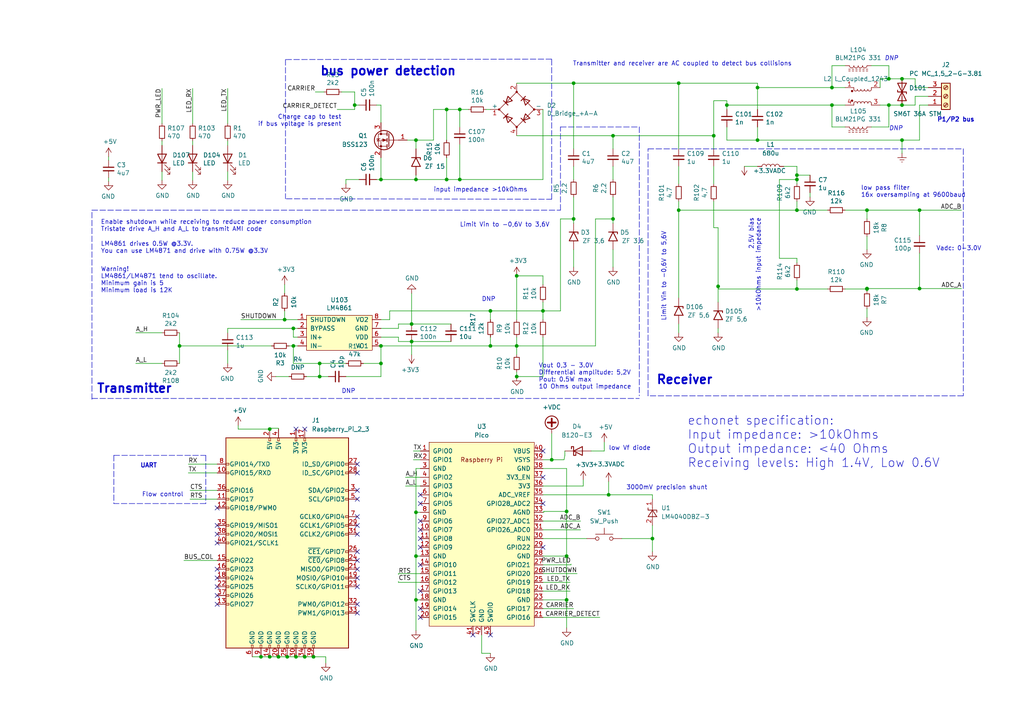
<source format=kicad_sch>
(kicad_sch (version 20211123) (generator eeschema)
  (paper "A4")
  (junction (at 189.23 156.21))
  (junction (at 142.24 100.33))
  (junction (at 120.65 173.99))
  (junction (at 102.87 30.48))
  (junction (at 110.49 105.41))
  (junction (at 196.85 60.96))
  (junction (at 120.65 148.59))
  (junction (at 149.86 100.33))
  (junction (at 75.692 190.5))
  (junction (at 82.55 92.71))
  (junction (at 261.62 22.86))
  (junction (at 176.53 143.51))
  (junction (at 85.852 190.5))
  (junction (at 110.49 100.33))
  (junction (at 164.338 173.99))
  (junction (at 149.86 80.01))
  (junction (at 166.37 63.5))
  (junction (at 119.38 93.98))
  (junction (at 266.7 83.693))
  (junction (at 80.772 190.5))
  (junction (at 231.14 60.96))
  (junction (at 219.71 40.64))
  (junction (at 196.85 24.13))
  (junction (at 177.8 63.5))
  (junction (at 85.09 100.33))
  (junction (at 210.82 30.48))
  (junction (at 219.71 25.4))
  (junction (at 142.24 90.17))
  (junction (at 120.65 52.07))
  (junction (at 231.14 50.8))
  (junction (at 149.86 109.22))
  (junction (at 241.3 25.4))
  (junction (at 52.07 100.33))
  (junction (at 133.35 31.75))
  (junction (at 251.46 60.96))
  (junction (at 92.71 109.22))
  (junction (at 266.7 60.96))
  (junction (at 129.54 31.75))
  (junction (at 157.48 90.17))
  (junction (at 177.8 39.37))
  (junction (at 78.232 124.46))
  (junction (at 261.62 40.64))
  (junction (at 257.81 22.86))
  (junction (at 88.392 190.5))
  (junction (at 83.312 190.5))
  (junction (at 129.54 52.07))
  (junction (at 207.01 39.37))
  (junction (at 166.37 24.13))
  (junction (at 133.35 52.07))
  (junction (at 257.81 30.48))
  (junction (at 90.932 190.5))
  (junction (at 251.46 83.693))
  (junction (at 110.49 52.07))
  (junction (at 261.62 30.48))
  (junction (at 160.02 133.35))
  (junction (at 120.65 40.64))
  (junction (at 208.28 83.058))
  (junction (at 120.65 161.29))
  (junction (at 164.338 148.336))
  (junction (at 251.46 83.82))
  (junction (at 85.09 95.25))
  (junction (at 119.38 99.06))
  (junction (at 92.71 105.41))
  (junction (at 231.14 52.07))
  (junction (at 231.14 83.82))
  (junction (at 241.3 30.48))
  (junction (at 78.232 190.5))
  (junction (at 164.338 161.29))
  (no_connect (at 142.24 184.15))
  (no_connect (at 137.16 184.15))
  (no_connect (at 103.632 149.86))
  (no_connect (at 121.92 151.13))
  (no_connect (at 121.92 153.67))
  (no_connect (at 121.92 156.21))
  (no_connect (at 121.92 158.75))
  (no_connect (at 157.48 158.75))
  (no_connect (at 157.48 146.05))
  (no_connect (at 157.48 138.43))
  (no_connect (at 121.92 143.51))
  (no_connect (at 121.92 146.05))
  (no_connect (at 121.92 163.83))
  (no_connect (at 121.92 171.45))
  (no_connect (at 121.92 176.53))
  (no_connect (at 121.92 179.07))
  (no_connect (at 157.48 130.81))
  (no_connect (at 103.632 134.62))
  (no_connect (at 103.632 137.16))
  (no_connect (at 62.992 175.26))
  (no_connect (at 85.852 124.46))
  (no_connect (at 103.632 177.8))
  (no_connect (at 103.632 165.1))
  (no_connect (at 103.632 167.64))
  (no_connect (at 103.632 170.18))
  (no_connect (at 103.632 175.26))
  (no_connect (at 103.632 160.02))
  (no_connect (at 103.632 162.56))
  (no_connect (at 103.632 152.4))
  (no_connect (at 103.632 154.94))
  (no_connect (at 62.992 167.64))
  (no_connect (at 62.992 165.1))
  (no_connect (at 62.992 172.72))
  (no_connect (at 62.992 170.18))
  (no_connect (at 88.392 124.46))
  (no_connect (at 62.992 147.32))
  (no_connect (at 103.632 142.24))
  (no_connect (at 103.632 144.78))
  (no_connect (at 62.992 152.4))
  (no_connect (at 62.992 154.94))
  (no_connect (at 62.992 157.48))
  (wire (pts (xy 52.07 96.52) (xy 52.07 100.33)))
  (wire (pts (xy 251.46 60.96) (xy 245.11 60.96)))
  (wire (pts (xy 86.36 97.79) (xy 85.09 97.79)))
  (wire (pts (xy 157.734 148.59) (xy 157.734 148.336)))
  (wire (pts (xy 245.11 36.83) (xy 241.3 36.83)))
  (wire (pts (xy 157.48 179.07) (xy 173.99 179.07)))
  (wire (pts (xy 94.488 190.5) (xy 94.488 192.278)))
  (wire (pts (xy 90.932 190.5) (xy 94.488 190.5)))
  (wire (pts (xy 149.86 39.37) (xy 177.8 39.37)))
  (wire (pts (xy 210.82 29.21) (xy 210.82 30.48)))
  (wire (pts (xy 104.14 52.07) (xy 100.33 52.07)))
  (wire (pts (xy 157.48 90.17) (xy 162.56 90.17)))
  (wire (pts (xy 54.61 137.16) (xy 62.992 137.16)))
  (wire (pts (xy 110.49 95.25) (xy 115.57 95.25)))
  (wire (pts (xy 117.602 138.43) (xy 121.92 138.43)))
  (wire (pts (xy 208.407 83.82) (xy 208.28 83.058)))
  (wire (pts (xy 157.48 133.35) (xy 160.02 133.35)))
  (wire (pts (xy 157.48 171.45) (xy 165.354 171.45)))
  (wire (pts (xy 66.04 95.25) (xy 66.04 96.52)))
  (wire (pts (xy 149.86 100.33) (xy 149.86 102.87)))
  (wire (pts (xy 83.82 109.22) (xy 80.01 109.22)))
  (wire (pts (xy 241.3 30.48) (xy 245.11 30.48)))
  (polyline (pts (xy 160.02 17.145) (xy 82.804 17.272)))
  (wire (pts (xy 266.7 30.48) (xy 266.7 40.64)))
  (wire (pts (xy 210.82 36.83) (xy 210.82 40.64)))
  (wire (pts (xy 100.33 109.22) (xy 110.49 109.22)))
  (wire (pts (xy 231.14 48.26) (xy 231.14 50.8)))
  (wire (pts (xy 160.02 133.35) (xy 163.576 133.35)))
  (wire (pts (xy 252.73 36.83) (xy 257.81 36.83)))
  (wire (pts (xy 196.85 96.52) (xy 196.85 93.98)))
  (wire (pts (xy 99.06 26.67) (xy 102.87 26.67)))
  (wire (pts (xy 129.54 45.72) (xy 129.54 52.07)))
  (wire (pts (xy 164.338 135.89) (xy 164.338 148.336)))
  (wire (pts (xy 149.86 107.95) (xy 149.86 109.22)))
  (wire (pts (xy 157.48 176.53) (xy 166.37 176.53)))
  (wire (pts (xy 165.608 163.576) (xy 165.608 163.83)))
  (wire (pts (xy 180.34 156.21) (xy 189.23 156.21)))
  (wire (pts (xy 110.49 100.33) (xy 142.24 100.33)))
  (wire (pts (xy 120.65 52.07) (xy 129.54 52.07)))
  (wire (pts (xy 110.49 109.22) (xy 110.49 105.41)))
  (wire (pts (xy 177.8 72.39) (xy 177.8 77.47)))
  (wire (pts (xy 140.97 31.75) (xy 142.24 31.75)))
  (wire (pts (xy 164.338 173.99) (xy 164.338 182.118)))
  (wire (pts (xy 119.38 102.87) (xy 119.38 99.06)))
  (wire (pts (xy 166.37 24.13) (xy 196.85 24.13)))
  (wire (pts (xy 241.3 19.05) (xy 245.11 19.05)))
  (wire (pts (xy 157.48 163.83) (xy 165.608 163.83)))
  (wire (pts (xy 234.95 55.88) (xy 234.95 57.15)))
  (wire (pts (xy 255.27 30.48) (xy 257.81 30.48)))
  (wire (pts (xy 196.85 60.96) (xy 231.14 60.96)))
  (wire (pts (xy 257.81 19.05) (xy 257.81 22.86)))
  (polyline (pts (xy 33.02 132.08) (xy 33.02 146.05)))
  (wire (pts (xy 157.48 151.13) (xy 168.402 151.13)))
  (wire (pts (xy 115.57 168.91) (xy 115.57 168.656)))
  (wire (pts (xy 120.65 161.29) (xy 121.92 161.29)))
  (wire (pts (xy 133.35 31.75) (xy 129.54 31.75)))
  (wire (pts (xy 265.43 25.4) (xy 269.24 25.4)))
  (wire (pts (xy 80.772 124.206) (xy 78.232 124.206)))
  (wire (pts (xy 133.35 52.07) (xy 157.48 52.07)))
  (wire (pts (xy 219.71 40.64) (xy 261.62 40.64)))
  (wire (pts (xy 251.46 63.5) (xy 251.46 60.96)))
  (wire (pts (xy 172.72 63.5) (xy 177.8 63.5)))
  (wire (pts (xy 166.37 24.13) (xy 166.37 43.18)))
  (wire (pts (xy 176.53 139.7) (xy 176.53 143.51)))
  (wire (pts (xy 245.11 25.4) (xy 241.3 25.4)))
  (wire (pts (xy 208.28 96.52) (xy 208.28 95.25)))
  (wire (pts (xy 207.01 48.26) (xy 207.01 53.34)))
  (wire (pts (xy 73.152 190.5) (xy 75.692 190.5)))
  (wire (pts (xy 55.118 144.78) (xy 62.992 144.78)))
  (wire (pts (xy 261.62 22.86) (xy 257.81 22.86)))
  (wire (pts (xy 210.82 29.21) (xy 207.01 29.21)))
  (wire (pts (xy 269.24 27.94) (xy 265.43 27.94)))
  (wire (pts (xy 266.7 40.64) (xy 261.62 40.64)))
  (wire (pts (xy 85.09 97.79) (xy 85.09 95.25)))
  (wire (pts (xy 100.33 105.41) (xy 92.71 105.41)))
  (wire (pts (xy 110.49 100.33) (xy 110.49 105.41)))
  (wire (pts (xy 169.164 140.97) (xy 169.164 139.192)))
  (wire (pts (xy 125.73 31.75) (xy 125.73 40.64)))
  (wire (pts (xy 189.23 143.51) (xy 189.23 144.78)))
  (wire (pts (xy 266.7 60.96) (xy 278.892 60.96)))
  (wire (pts (xy 78.232 124.46) (xy 69.088 124.46)))
  (wire (pts (xy 133.35 31.75) (xy 133.35 36.83)))
  (wire (pts (xy 241.3 36.83) (xy 241.3 30.48)))
  (wire (pts (xy 265.43 30.48) (xy 261.62 30.48)))
  (wire (pts (xy 166.37 63.5) (xy 166.37 64.77)))
  (wire (pts (xy 149.86 24.13) (xy 166.37 24.13)))
  (wire (pts (xy 95.25 109.22) (xy 92.71 109.22)))
  (wire (pts (xy 207.01 43.18) (xy 207.01 39.37)))
  (wire (pts (xy 257.81 30.48) (xy 257.81 36.83)))
  (polyline (pts (xy 33.02 132.08) (xy 59.69 132.08)))
  (wire (pts (xy 121.92 168.91) (xy 115.57 168.91)))
  (wire (pts (xy 219.71 31.75) (xy 219.71 25.4)))
  (wire (pts (xy 231.14 52.07) (xy 231.14 50.8)))
  (wire (pts (xy 177.8 48.26) (xy 177.8 52.07)))
  (wire (pts (xy 208.28 66.04) (xy 207.01 66.04)))
  (wire (pts (xy 189.23 156.21) (xy 189.23 160.02)))
  (wire (pts (xy 120.65 40.64) (xy 120.65 43.18)))
  (wire (pts (xy 157.48 31.75) (xy 157.48 52.07)))
  (wire (pts (xy 157.48 148.59) (xy 157.734 148.59)))
  (wire (pts (xy 207.01 58.42) (xy 207.01 66.04)))
  (wire (pts (xy 110.49 52.07) (xy 120.65 52.07)))
  (wire (pts (xy 177.8 63.5) (xy 177.8 64.77)))
  (wire (pts (xy 113.03 90.17) (xy 142.24 90.17)))
  (wire (pts (xy 115.57 97.79) (xy 115.57 99.06)))
  (wire (pts (xy 162.56 90.17) (xy 162.56 63.5)))
  (wire (pts (xy 115.57 95.25) (xy 115.57 93.98)))
  (polyline (pts (xy 185.42 36.83) (xy 185.42 114.808)))
  (wire (pts (xy 251.46 68.58) (xy 251.46 72.39)))
  (wire (pts (xy 252.73 19.05) (xy 257.81 19.05)))
  (polyline (pts (xy 279.4 114.808) (xy 187.96 114.808)))
  (wire (pts (xy 83.82 100.33) (xy 85.09 100.33)))
  (polyline (pts (xy 279.4 43.18) (xy 279.4 114.808)))
  (wire (pts (xy 115.57 99.06) (xy 119.38 99.06)))
  (wire (pts (xy 251.46 60.96) (xy 266.7 60.96)))
  (wire (pts (xy 207.01 29.21) (xy 207.01 39.37)))
  (wire (pts (xy 88.392 190.5) (xy 90.932 190.5)))
  (wire (pts (xy 120.65 135.89) (xy 120.65 148.59)))
  (wire (pts (xy 113.03 92.71) (xy 113.03 90.17)))
  (wire (pts (xy 109.22 30.48) (xy 110.49 30.48)))
  (wire (pts (xy 117.602 140.97) (xy 121.92 140.97)))
  (wire (pts (xy 208.407 83.82) (xy 231.14 83.82)))
  (wire (pts (xy 231.14 52.07) (xy 231.14 53.34)))
  (wire (pts (xy 46.99 25.654) (xy 46.99 35.814)))
  (polyline (pts (xy 26.67 115.824) (xy 26.67 60.96)))
  (wire (pts (xy 166.37 48.26) (xy 166.37 52.07)))
  (wire (pts (xy 118.11 40.64) (xy 120.65 40.64)))
  (polyline (pts (xy 59.69 132.08) (xy 59.69 146.05)))
  (wire (pts (xy 92.71 105.41) (xy 92.71 109.22)))
  (wire (pts (xy 231.14 81.28) (xy 231.14 83.82)))
  (wire (pts (xy 189.23 152.4) (xy 189.23 156.21)))
  (wire (pts (xy 102.87 30.48) (xy 102.87 31.75)))
  (wire (pts (xy 109.22 52.07) (xy 110.49 52.07)))
  (polyline (pts (xy 83.058 57.658) (xy 160.02 57.785)))
  (wire (pts (xy 215.9 48.26) (xy 219.71 48.26)))
  (wire (pts (xy 177.8 39.37) (xy 177.8 43.18)))
  (wire (pts (xy 157.48 173.99) (xy 164.338 173.99)))
  (wire (pts (xy 226.06 52.07) (xy 231.14 52.07)))
  (wire (pts (xy 255.27 22.86) (xy 255.27 25.4)))
  (wire (pts (xy 120.65 161.29) (xy 120.65 173.99)))
  (wire (pts (xy 164.338 148.336) (xy 164.338 161.29)))
  (wire (pts (xy 121.92 166.37) (xy 115.57 166.37)))
  (wire (pts (xy 129.54 31.75) (xy 129.54 40.64)))
  (wire (pts (xy 166.37 57.15) (xy 166.37 63.5)))
  (wire (pts (xy 119.38 99.06) (xy 130.81 99.06)))
  (wire (pts (xy 120.65 148.59) (xy 120.65 161.29)))
  (wire (pts (xy 85.09 100.33) (xy 85.09 105.41)))
  (wire (pts (xy 66.04 25.654) (xy 66.04 35.814)))
  (wire (pts (xy 83.312 190.5) (xy 85.852 190.5)))
  (wire (pts (xy 91.44 26.67) (xy 93.98 26.67)))
  (wire (pts (xy 157.48 135.89) (xy 164.338 135.89)))
  (wire (pts (xy 251.46 83.82) (xy 251.46 84.455)))
  (wire (pts (xy 92.71 105.41) (xy 85.09 105.41)))
  (wire (pts (xy 149.86 97.79) (xy 149.86 100.33)))
  (wire (pts (xy 157.48 153.67) (xy 168.402 153.67)))
  (wire (pts (xy 157.48 168.91) (xy 165.354 168.91)))
  (wire (pts (xy 97.79 31.75) (xy 102.87 31.75)))
  (wire (pts (xy 265.43 27.94) (xy 265.43 30.48)))
  (wire (pts (xy 210.82 40.64) (xy 219.71 40.64)))
  (wire (pts (xy 52.07 100.33) (xy 78.74 100.33)))
  (wire (pts (xy 85.09 100.33) (xy 86.36 100.33)))
  (wire (pts (xy 240.03 60.96) (xy 231.14 60.96)))
  (wire (pts (xy 66.04 95.25) (xy 85.09 95.25)))
  (wire (pts (xy 245.11 83.82) (xy 251.46 83.82)))
  (wire (pts (xy 175.26 130.81) (xy 175.26 128.27)))
  (wire (pts (xy 269.24 30.48) (xy 266.7 30.48)))
  (wire (pts (xy 110.49 97.79) (xy 115.57 97.79)))
  (wire (pts (xy 139.7 189.484) (xy 142.24 189.484)))
  (wire (pts (xy 149.86 80.01) (xy 157.48 80.01)))
  (wire (pts (xy 266.7 60.96) (xy 266.7 68.326)))
  (wire (pts (xy 261.62 22.86) (xy 265.43 22.86)))
  (wire (pts (xy 231.14 74.93) (xy 226.06 74.93)))
  (wire (pts (xy 196.85 43.18) (xy 196.85 24.13)))
  (wire (pts (xy 208.28 83.058) (xy 208.28 87.63)))
  (wire (pts (xy 196.85 48.26) (xy 196.85 53.34)))
  (wire (pts (xy 149.86 80.01) (xy 149.86 92.71)))
  (wire (pts (xy 69.85 92.71) (xy 82.55 92.71)))
  (wire (pts (xy 164.338 161.29) (xy 164.338 173.99)))
  (wire (pts (xy 266.7 73.406) (xy 266.7 83.693)))
  (polyline (pts (xy 162.56 36.83) (xy 185.42 36.83)))
  (wire (pts (xy 85.852 190.5) (xy 88.392 190.5)))
  (wire (pts (xy 115.57 93.98) (xy 119.38 93.98)))
  (wire (pts (xy 85.09 95.25) (xy 86.36 95.25)))
  (wire (pts (xy 157.48 109.22) (xy 149.86 109.22)))
  (wire (pts (xy 231.14 83.82) (xy 240.03 83.82)))
  (wire (pts (xy 120.65 173.99) (xy 121.92 173.99)))
  (wire (pts (xy 46.99 105.41) (xy 39.37 105.41)))
  (wire (pts (xy 110.49 92.71) (xy 113.03 92.71)))
  (wire (pts (xy 231.14 58.42) (xy 231.14 60.96)))
  (wire (pts (xy 53.34 162.56) (xy 62.992 162.56)))
  (wire (pts (xy 157.48 143.51) (xy 176.53 143.51)))
  (wire (pts (xy 157.48 97.79) (xy 157.48 109.22)))
  (wire (pts (xy 227.33 48.26) (xy 231.14 48.26)))
  (wire (pts (xy 172.72 100.33) (xy 172.72 63.5)))
  (wire (pts (xy 142.24 90.17) (xy 157.48 90.17)))
  (wire (pts (xy 142.24 90.17) (xy 142.24 92.71)))
  (wire (pts (xy 80.772 190.5) (xy 83.312 190.5)))
  (wire (pts (xy 157.48 166.37) (xy 167.386 166.37)))
  (wire (pts (xy 177.8 57.15) (xy 177.8 63.5)))
  (wire (pts (xy 78.232 124.206) (xy 78.232 124.46)))
  (wire (pts (xy 82.55 92.71) (xy 86.36 92.71)))
  (wire (pts (xy 157.48 80.01) (xy 157.48 82.55)))
  (wire (pts (xy 66.04 40.894) (xy 66.04 42.164)))
  (wire (pts (xy 66.04 105.41) (xy 66.04 101.6)))
  (wire (pts (xy 82.55 82.55) (xy 82.55 85.09)))
  (wire (pts (xy 69.088 124.46) (xy 69.088 123.444)))
  (wire (pts (xy 142.24 100.33) (xy 149.86 100.33)))
  (wire (pts (xy 278.892 83.693) (xy 266.7 83.693)))
  (polyline (pts (xy 162.56 60.96) (xy 162.56 36.83)))
  (wire (pts (xy 196.85 24.13) (xy 219.71 24.13)))
  (wire (pts (xy 219.71 25.4) (xy 219.71 24.13)))
  (wire (pts (xy 163.576 133.35) (xy 163.83 132.08)))
  (wire (pts (xy 129.54 52.07) (xy 133.35 52.07)))
  (polyline (pts (xy 49.53 60.96) (xy 162.56 60.96)))
  (wire (pts (xy 160.02 125.73) (xy 160.02 133.35)))
  (wire (pts (xy 92.71 109.22) (xy 88.9 109.22)))
  (polyline (pts (xy 160.02 57.785) (xy 160.02 17.145)))
  (wire (pts (xy 115.57 166.37) (xy 115.57 166.624)))
  (wire (pts (xy 102.87 30.48) (xy 104.14 30.48)))
  (wire (pts (xy 120.65 148.59) (xy 121.92 148.59)))
  (polyline (pts (xy 187.96 114.808) (xy 187.96 43.18)))
  (wire (pts (xy 52.07 100.33) (xy 52.07 105.41)))
  (wire (pts (xy 120.65 40.64) (xy 125.73 40.64)))
  (wire (pts (xy 82.55 90.17) (xy 82.55 92.71)))
  (wire (pts (xy 196.85 60.96) (xy 196.85 86.36)))
  (wire (pts (xy 55.88 40.894) (xy 55.88 42.164)))
  (wire (pts (xy 55.88 49.784) (xy 55.88 52.324)))
  (polyline (pts (xy 26.67 115.57) (xy 185.42 115.57)))
  (wire (pts (xy 55.88 25.654) (xy 55.88 35.814)))
  (wire (pts (xy 196.85 58.42) (xy 196.85 60.96)))
  (wire (pts (xy 157.734 148.336) (xy 164.338 148.336)))
  (wire (pts (xy 166.37 72.39) (xy 166.37 77.47)))
  (wire (pts (xy 157.48 87.63) (xy 157.48 90.17)))
  (wire (pts (xy 120.65 173.99) (xy 120.65 182.88)))
  (wire (pts (xy 226.06 74.93) (xy 226.06 52.07)))
  (wire (pts (xy 46.99 40.894) (xy 46.99 42.164)))
  (wire (pts (xy 176.53 143.51) (xy 189.23 143.51)))
  (wire (pts (xy 149.86 100.33) (xy 172.72 100.33)))
  (wire (pts (xy 133.35 41.91) (xy 133.35 52.07)))
  (wire (pts (xy 31.496 51.562) (xy 31.496 52.578)))
  (wire (pts (xy 139.7 184.15) (xy 139.7 189.484)))
  (wire (pts (xy 163.83 132.08) (xy 163.83 130.81)))
  (wire (pts (xy 135.89 31.75) (xy 133.35 31.75)))
  (wire (pts (xy 210.82 30.48) (xy 210.82 31.75)))
  (wire (pts (xy 265.43 25.4) (xy 265.43 22.86)))
  (wire (pts (xy 157.48 161.29) (xy 164.338 161.29)))
  (wire (pts (xy 119.888 130.81) (xy 121.92 130.81)))
  (wire (pts (xy 105.41 105.41) (xy 110.49 105.41)))
  (wire (pts (xy 31.496 45.466) (xy 31.496 46.482)))
  (polyline (pts (xy 59.69 146.05) (xy 33.02 146.05)))
  (wire (pts (xy 102.87 26.67) (xy 102.87 30.48)))
  (wire (pts (xy 157.48 156.21) (xy 170.18 156.21)))
  (wire (pts (xy 177.8 39.37) (xy 207.01 39.37)))
  (wire (pts (xy 208.28 66.04) (xy 208.28 83.058)))
  (wire (pts (xy 120.65 50.8) (xy 120.65 52.07)))
  (wire (pts (xy 251.46 83.693) (xy 251.46 83.82)))
  (wire (pts (xy 121.92 135.89) (xy 120.65 135.89)))
  (wire (pts (xy 219.71 36.83) (xy 219.71 40.64)))
  (wire (pts (xy 157.48 140.97) (xy 169.164 140.97)))
  (wire (pts (xy 261.62 40.64) (xy 261.62 44.45)))
  (wire (pts (xy 219.71 25.4) (xy 241.3 25.4)))
  (wire (pts (xy 66.04 49.784) (xy 66.04 52.324)))
  (wire (pts (xy 46.99 49.784) (xy 46.99 52.324)))
  (polyline (pts (xy 26.67 60.96) (xy 49.53 60.96)))
  (wire (pts (xy 162.56 63.5) (xy 166.37 63.5)))
  (wire (pts (xy 210.82 30.48) (xy 241.3 30.48)))
  (wire (pts (xy 110.49 30.48) (xy 110.49 35.56)))
  (wire (pts (xy 142.24 97.79) (xy 142.24 100.33)))
  (wire (pts (xy 251.46 89.535) (xy 251.46 92.075)))
  (wire (pts (xy 54.61 134.62) (xy 62.992 134.62)))
  (wire (pts (xy 80.772 124.206) (xy 80.772 124.46)))
  (wire (pts (xy 231.14 74.93) (xy 231.14 76.2)))
  (wire (pts (xy 241.3 25.4) (xy 241.3 19.05)))
  (wire (pts (xy 129.54 31.75) (xy 125.73 31.75)))
  (wire (pts (xy 100.33 52.07) (xy 100.33 53.34)))
  (wire (pts (xy 171.45 130.81) (xy 175.26 130.81)))
  (wire (pts (xy 78.232 190.5) (xy 80.772 190.5)))
  (polyline (pts (xy 82.804 17.272) (xy 82.804 57.658)))
  (wire (pts (xy 119.38 85.09) (xy 119.38 93.98)))
  (wire (pts (xy 119.888 133.35) (xy 121.92 133.35)))
  (wire (pts (xy 39.37 96.52) (xy 46.99 96.52)))
  (wire (pts (xy 157.48 90.17) (xy 157.48 92.71)))
  (wire (pts (xy 257.81 30.48) (xy 261.62 30.48)))
  (wire (pts (xy 75.692 190.5) (xy 78.232 190.5)))
  (wire (pts (xy 257.81 22.86) (xy 255.27 22.86)))
  (polyline (pts (xy 187.96 43.18) (xy 279.4 43.18)))
  (wire (pts (xy 110.49 45.72) (xy 110.49 52.07)))
  (wire (pts (xy 119.38 93.98) (xy 130.81 93.98)))
  (wire (pts (xy 231.14 50.8) (xy 234.95 50.8)))
  (wire (pts (xy 266.7 83.693) (xy 251.46 83.693)))
  (wire (pts (xy 55.118 142.24) (xy 62.992 142.24)))
  (text "P1/P2 bus" (at 271.78 35.56 0) (effects (font (size 1.27 1.27) (thickness 0.254) bold) (justify left bottom)))
  (text "bus power detection" (at 92.71 22.225 0) (effects (font (size 2.54 2.54) (thickness 0.508) bold) (justify left bottom)))
  (text "LM4861 drives 0.5W @3.3V.\nYou can use LM4871 and drive with 0.75W @3.3V" (at 29.21 73.66 0) (effects (font (size 1.27 1.27)) (justify left bottom)))
  (text "DNP" (at 256.54 17.78 0) (effects (font (size 1.27 1.27) italic) (justify left bottom)))
  (text "UART" (at 40.64 135.89 0) (effects (font (size 1.27 1.27) (thickness 0.254) bold) (justify left bottom)))
  (text "Warning!\nLM4861/LM4871 tend to oscillate.\nMinimum gain is 5\nMinimum load is 12K" (at 29.21 85.09 0) (effects (font (size 1.27 1.27)) (justify left bottom)))
  (text "Transmitter and receiver are AC coupled to detect bus collisions" (at 166.116 19.304 0) (effects (font (size 1.27 1.27)) (justify left bottom)))
  (text "DNP" (at 99.06 114.3 0) (effects (font (size 1.27 1.27)) (justify left bottom)))
  (text "input impedance >10kOhms" (at 125.73 55.88 0) (effects (font (size 1.27 1.27)) (justify left bottom)))
  (text "Vout 0,3 - 3.0V\nDifferential amplitude: 5,2V\nPout: 0.5W max\n10 Ohms output impedance" (at 156.21 113.03 0) (effects (font (size 1.27 1.27)) (justify left bottom)))
  (text "low Vf diode" (at 176.53 130.81 0) (effects (font (size 1.27 1.27)) (justify left bottom)))
  (text "DNP" (at 139.7 87.63 0) (effects (font (size 1.27 1.27)) (justify left bottom)))
  (text "DNP" (at 257.81 38.1 0) (effects (font (size 1.27 1.27) italic) (justify left bottom)))
  (text "low pass filter\n16x oversampling at 9600baud" (at 249.682 57.404 0) (effects (font (size 1.27 1.27)) (justify left bottom)))
  (text "Flow control" (at 41.148 144.272 0) (effects (font (size 1.27 1.27)) (justify left bottom)))
  (text "Limit Vin to -0,6V to 5,6V" (at 193.294 93.218 90) (effects (font (size 1.27 1.27)) (justify left bottom)))
  (text "Transmitter" (at 27.94 114.3 0) (effects (font (size 2.54 2.54) (thickness 0.508) bold) (justify left bottom)))
  (text "echonet specification:\nInput impedance: >10kOhms\nOutput impedance: <40 Ohms\nReceiving levels: High 1.4V, Low 0.6V" (at 199.39 135.89 0) (effects (font (size 2.54 2.54)) (justify left bottom)))
  (text "Charge cap to test\nif bus voltage is present" (at 99.06 36.83 180) (effects (font (size 1.27 1.27)) (justify right bottom)))
  (text "3000mV precision shunt" (at 181.61 142.24 0) (effects (font (size 1.27 1.27)) (justify left bottom)))
  (text "2,5V bias\n>10kOhms input impedance" (at 220.726 63.246 270) (effects (font (size 1.27 1.27)) (justify right bottom)))
  (text "Limit Vin to -0,6V to 3,6V" (at 133.35 66.04 0) (effects (font (size 1.27 1.27)) (justify left bottom)))
  (text "Enable shutdown while receiving to reduce power consumption\nTristate drive A_H and A_L to transmit AMI code" (at 29.21 67.31 0) (effects (font (size 1.27 1.27)) (justify left bottom)))
  (text "Vadc: 0-3.0V" (at 271.526 72.898 0) (effects (font (size 1.27 1.27)) (justify left bottom)))
  (text "Receiver" (at 190.246 111.76 0) (effects (font (size 2.54 2.54) (thickness 0.508) bold) (justify left bottom)))
  (label "ADC_A" (at 168.402 153.67 180))
  (label "SHUTDOWN" (at 167.386 166.37 180))
  (label "RX" (at 54.61 134.62 0))
  (label "ADC_B" (at 168.402 151.13 180))
  (label "CARRIER" (at 166.37 176.53 180))
  (label "SHUTDOWN" (at 69.85 92.71 0))
  (label "A_L" (at 117.602 140.97 0))
  (label "BUS_COL" (at 53.34 162.56 0))
  (label "RX" (at 119.888 133.35 0))
  (label "CTS" (at 115.57 168.656 0))
  (label "RTS" (at 115.57 166.624 0))
  (label "LED_TX" (at 165.354 168.91 180))
  (label "RTS" (at 55.118 144.78 0))
  (label "PWR_LED" (at 46.99 25.654 270))
  (label "LED_RX" (at 165.354 171.45 180))
  (label "TX" (at 119.888 130.81 0))
  (label "LED_RX" (at 55.88 25.654 270))
  (label "LED_TX" (at 66.04 25.654 270))
  (label "PWR_LED" (at 165.608 163.576 180))
  (label "CARRIER_DETECT" (at 173.99 179.07 180))
  (label "CARRIER" (at 91.44 26.67 180))
  (label "ADC_B" (at 278.892 60.96 180))
  (label "A_L" (at 39.37 105.41 0))
  (label "A_H" (at 39.37 96.52 0))
  (label "ADC_A" (at 278.892 83.693 180))
  (label "A_H" (at 117.602 138.43 0))
  (label "TX" (at 54.61 137.16 0))
  (label "CARRIER_DETECT" (at 97.79 31.75 180))
  (label "CTS" (at 55.118 142.24 0))
  (symbol (lib_id "Device:LED") (at 55.88 45.974 90) (unit 1)
    (property "Reference" "D104" (at 58.8772 44.9834 90) (effects (justify right)))
    (property "Value" "LED" (at 58.8772 47.2948 90) (effects (justify right)))
    (property "Footprint" "LED_SMD:LED_0805_2012Metric_Pad1.15x1.40mm_HandSolder" (effects hide))
  )
  (symbol (lib_id "Device:R_Small") (at 55.88 38.354 0) (unit 1)
    (property "Reference" "R103" (at 57.3786 37.1856 0) (effects (justify left)))
    (property "Value" "470" (at 57.3786 39.497 0) (effects (justify left)))
    (property "Footprint" "Resistor_SMD:R_0805_2012Metric_Pad1.20x1.40mm_HandSolder" (effects hide))
  )
  (symbol (lib_id "power:GND") (at 55.88 52.324 0) (unit 1)
    (property "Reference" "#PWR0109" (effects hide))
    (property "Value" "GND" (at 56.007 56.7182 0))
  )
  (symbol (lib_id "Device:D_Bridge_+A-A") (at 149.86 31.75 180) (unit 1)
    (property "Reference" "D2" (at 158.5976 30.5816 0) (effects (justify right)))
    (property "Value" "D_Bridge_+A-A" (at 158.5976 32.893 0) (effects (justify right)))
    (property "Footprint" "Diode_THT:Diode_Bridge_Round_D9.0mm" (effects hide))
  )
  (symbol (lib_id "p1p2_rs232_receiver-rescue:L_Core_Ferrite-Device") (at 248.92 19.05 270) (unit 1)
    (property "Reference" "L104" (at 248.92 14.4526 90))
    (property "Value" "BLM21PG 331" (at 248.92 16.764 90))
    (property "Footprint" "Inductor_SMD:L_0805_2012Metric_Pad1.15x1.40mm_HandSolder" (effects hide))
  )
  (symbol (lib_id "p1p2_rs232_receiver-rescue:L_Core_Ferrite-Device") (at 248.92 36.83 270) (unit 1)
    (property "Reference" "L105" (at 248.92 32.2326 90))
    (property "Value" "BLM21PG 331" (at 248.92 34.544 90))
    (property "Footprint" "Inductor_SMD:L_0805_2012Metric_Pad1.15x1.40mm_HandSolder" (effects hide))
  )
  (symbol (lib_id "Device:D_TVS") (at 261.62 26.67 270) (unit 1)
    (property "Reference" "D101" (at 263.652 25.5016 90) (effects (justify left)))
    (property "Value" "SM6T 36A STM" (at 259.08 33.02 90) (effects (justify left)))
    (property "Footprint" "Diode_SMD:D_SMB" (effects hide))
  )
  (symbol (lib_id "Device:C_Small") (at 196.85 45.72 0) (unit 1)
    (property "Reference" "C109" (at 199.1868 44.5516 0) (effects (justify left)))
    (property "Value" "1u" (at 199.1868 46.863 0) (effects (justify left)))
    (property "Footprint" "Capacitor_SMD:C_1210_3225Metric_Pad1.33x2.70mm_HandSolder" (effects hide))
  )
  (symbol (lib_id "Device:C_Small") (at 207.01 45.72 0) (unit 1)
    (property "Reference" "C110" (at 209.3468 44.5516 0) (effects (justify left)))
    (property "Value" "1u" (at 209.3468 46.863 0) (effects (justify left)))
    (property "Footprint" "Capacitor_SMD:C_1210_3225Metric_Pad1.33x2.70mm_HandSolder" (effects hide))
  )
  (symbol (lib_id "Device:R_Small") (at 196.85 55.88 180) (unit 1)
    (property "Reference" "R101" (at 191.8716 55.88 90))
    (property "Value" "4.7" (at 194.183 55.88 90))
    (property "Footprint" "Resistor_SMD:R_0805_2012Metric_Pad1.20x1.40mm_HandSolder" (effects hide))
  )
  (symbol (lib_id "Device:R_Small") (at 207.01 55.88 180) (unit 1)
    (property "Reference" "R102" (at 202.0316 55.88 90))
    (property "Value" "4,7" (at 204.343 55.88 90))
    (property "Footprint" "Resistor_SMD:R_0805_2012Metric_Pad1.20x1.40mm_HandSolder" (effects hide))
  )
  (symbol (lib_id "Diode:SM6T24A") (at 208.28 91.44 270) (unit 1)
    (property "Reference" "D105" (at 210.312 90.2716 90) (effects (justify left)))
    (property "Value" "ZF 5,6" (at 210.312 92.583 90) (effects (justify left)))
    (property "Footprint" "Diode_THT:D_5W_P5.08mm_Vertical_AnodeUp" (effects hide))
    (property "Datasheet" "https://www.st.com/resource/en/datasheet/sm6t.pdf" (effects hide))
  )
  (symbol (lib_id "Diode:SM6T24A") (at 196.85 90.17 270) (unit 1)
    (property "Reference" "D106" (at 198.882 89.0016 90) (effects (justify left)))
    (property "Value" "ZF 5,6" (at 199.39 91.44 90) (effects (justify left)))
    (property "Footprint" "Diode_THT:D_5W_P5.08mm_Vertical_AnodeUp" (effects hide))
    (property "Datasheet" "https://www.st.com/resource/en/datasheet/sm6t.pdf" (effects hide))
  )
  (symbol (lib_id "power:GND") (at 196.85 96.52 0) (unit 1)
    (property "Reference" "#PWR0113" (effects hide))
    (property "Value" "GND" (at 196.977 100.9142 0))
  )
  (symbol (lib_id "power:GND") (at 208.28 96.52 0) (unit 1)
    (property "Reference" "#PWR0112" (effects hide))
    (property "Value" "GND" (at 208.407 100.9142 0))
  )
  (symbol (lib_id "power:Earth") (at 261.62 44.45 0) (unit 1)
    (property "Reference" "#PWR0105" (effects hide))
    (property "Value" "Earth" (effects hide))
  )
  (symbol (lib_id "Device:R_Small") (at 242.57 60.96 270) (mirror x) (unit 1)
    (property "Reference" "R116" (at 242.57 55.9816 90))
    (property "Value" "12k" (at 242.57 58.293 90))
    (property "Footprint" "Resistor_SMD:R_0805_2012Metric_Pad1.20x1.40mm_HandSolder" (effects hide))
  )
  (symbol (lib_id "Device:R_Small") (at 231.14 78.74 0) (mirror y) (unit 1)
    (property "Reference" "R114" (at 226.1616 78.74 90))
    (property "Value" "6k2" (at 228.473 78.74 90))
    (property "Footprint" "Resistor_SMD:R_0805_2012Metric_Pad1.20x1.40mm_HandSolder" (effects hide))
  )
  (symbol (lib_id "Device:R_Small") (at 242.57 83.82 270) (mirror x) (unit 1)
    (property "Reference" "R110" (at 242.57 78.8416 90))
    (property "Value" "12k" (at 242.57 81.153 90))
    (property "Footprint" "Resistor_SMD:R_0805_2012Metric_Pad1.20x1.40mm_HandSolder" (effects hide))
  )
  (symbol (lib_id "Device:R_Small") (at 231.14 55.88 0) (mirror y) (unit 1)
    (property "Reference" "R109" (at 226.1616 55.88 90))
    (property "Value" "6k2" (at 228.473 55.88 90))
    (property "Footprint" "Resistor_SMD:R_0805_2012Metric_Pad1.20x1.40mm_HandSolder" (effects hide))
  )
  (symbol (lib_id "Device:C_Small") (at 266.7 70.866 0) (mirror y) (unit 1)
    (property "Reference" "C115" (at 264.3632 69.6976 0) (effects (justify left)))
    (property "Value" "100p" (at 264.3632 72.009 0) (effects (justify left)))
    (property "Footprint" "Capacitor_SMD:C_0603_1608Metric_Pad1.08x0.95mm_HandSolder" (effects hide))
  )
  (symbol (lib_id "Device:C_Small") (at 133.35 39.37 0) (unit 1)
    (property "Reference" "C107" (at 135.6868 38.2016 0) (effects (justify left)))
    (property "Value" "100n" (at 135.6868 40.513 0) (effects (justify left)))
    (property "Footprint" "Capacitor_SMD:C_0805_2012Metric_Pad1.18x1.45mm_HandSolder" (effects hide))
  )
  (symbol (lib_id "LM4861:LM4861") (at 99.06 104.14 0) (unit 1)
    (property "Reference" "U103" (at 98.425 86.995 0))
    (property "Value" "LM4861" (at 98.425 89.3064 0))
    (property "Footprint" "Package_SO:SOIC-8_3.9x4.9mm_P1.27mm" (effects hide))
    (property "Datasheet" "https://www.ti.com/lit/ds/symlink/lm4861.pdf" (effects hide))
  )
  (symbol (lib_id "Device:C_Small") (at 119.38 96.52 0) (unit 1)
    (property "Reference" "C112" (at 121.7168 95.3516 0) (effects (justify left)))
    (property "Value" "100n" (at 121.7168 97.663 0) (effects (justify left)))
    (property "Footprint" "Capacitor_SMD:C_0805_2012Metric_Pad1.18x1.45mm_HandSolder" (effects hide))
  )
  (symbol (lib_id "Device:C_Small") (at 66.04 99.06 0) (unit 1)
    (property "Reference" "C113" (at 68.3768 97.8916 0) (effects (justify left)))
    (property "Value" "1u" (at 68.3768 100.203 0) (effects (justify left)))
    (property "Footprint" "Capacitor_SMD:C_0603_1608Metric_Pad1.08x0.95mm_HandSolder" (effects hide))
  )
  (symbol (lib_id "power:GND") (at 119.38 85.09 0) (mirror x) (unit 1)
    (property "Reference" "#PWR0116" (effects hide))
    (property "Value" "GND" (at 119.507 80.6958 0))
  )
  (symbol (lib_id "power:GND") (at 66.04 105.41 0) (mirror y) (unit 1)
    (property "Reference" "#PWR0118" (effects hide))
    (property "Value" "GND" (at 65.913 109.8042 0))
  )
  (symbol (lib_id "Device:R_Small") (at 49.53 96.52 90) (unit 1)
    (property "Reference" "R104" (at 49.53 91.5416 90))
    (property "Value" "2k2" (at 49.53 93.853 90))
    (property "Footprint" "Resistor_SMD:R_0805_2012Metric_Pad1.20x1.40mm_HandSolder" (effects hide))
  )
  (symbol (lib_id "Device:R_Small") (at 49.53 105.41 270) (unit 1)
    (property "Reference" "R108" (at 49.53 110.3884 90))
    (property "Value" "2k2" (at 49.53 108.077 90))
    (property "Footprint" "Resistor_SMD:R_0805_2012Metric_Pad1.20x1.40mm_HandSolder" (effects hide))
  )
  (symbol (lib_id "power:+3V3") (at 119.38 102.87 180) (unit 1)
    (property "Reference" "#PWR0117" (effects hide))
    (property "Value" "+3V3" (at 118.999 107.2642 0))
  )
  (symbol (lib_id "Device:C_Small") (at 219.71 34.29 0) (unit 1)
    (property "Reference" "C102" (at 222.0468 33.1216 0) (effects (justify left)))
    (property "Value" "1n" (at 222.0468 35.433 0) (effects (justify left)))
    (property "Footprint" "Capacitor_SMD:C_0603_1608Metric_Pad1.08x0.95mm_HandSolder" (effects hide))
  )
  (symbol (lib_id "Device:C_Small") (at 210.82 34.29 0) (unit 1)
    (property "Reference" "C101" (at 213.1568 33.1216 0) (effects (justify left)))
    (property "Value" "1n" (at 213.1568 35.433 0) (effects (justify left)))
    (property "Footprint" "Capacitor_SMD:C_0603_1608Metric_Pad1.08x0.95mm_HandSolder" (effects hide))
  )
  (symbol (lib_id "power:GND") (at 46.99 52.324 0) (unit 1)
    (property "Reference" "#PWR0120" (effects hide))
    (property "Value" "GND" (at 47.117 56.7182 0))
  )
  (symbol (lib_id "Device:R_Small") (at 46.99 38.354 0) (unit 1)
    (property "Reference" "R107" (at 48.4886 37.1856 0) (effects (justify left)))
    (property "Value" "470" (at 48.4886 39.497 0) (effects (justify left)))
    (property "Footprint" "Resistor_SMD:R_0805_2012Metric_Pad1.20x1.40mm_HandSolder" (effects hide))
  )
  (symbol (lib_id "Device:LED") (at 46.99 45.974 90) (unit 1)
    (property "Reference" "D107" (at 49.9872 44.9834 90) (effects (justify right)))
    (property "Value" "LED" (at 49.9872 47.2948 90) (effects (justify right)))
    (property "Footprint" "LED_SMD:LED_0805_2012Metric_Pad1.15x1.40mm_HandSolder" (effects hide))
  )
  (symbol (lib_id "Device:C_Small") (at 130.81 96.52 0) (unit 1)
    (property "Reference" "C111" (at 133.1468 95.3516 0) (effects (justify left)))
    (property "Value" "10u" (at 133.1468 97.663 0) (effects (justify left)))
    (property "Footprint" "Capacitor_SMD:C_1210_3225Metric_Pad1.33x2.70mm_HandSolder" (effects hide))
  )
  (symbol (lib_id "power:GND") (at 80.01 109.22 270) (mirror x) (unit 1)
    (property "Reference" "#PWR0132" (effects hide))
    (property "Value" "GND" (at 75.6158 109.093 0))
  )
  (symbol (lib_id "Device:LED") (at 66.04 45.974 90) (unit 1)
    (property "Reference" "D1" (at 69.0372 44.9834 90) (effects (justify right)))
    (property "Value" "LED" (at 69.0372 47.2948 90) (effects (justify right)))
    (property "Footprint" "LED_SMD:LED_0805_2012Metric_Pad1.15x1.40mm_HandSolder" (effects hide))
  )
  (symbol (lib_id "power:GND") (at 66.04 52.324 0) (unit 1)
    (property "Reference" "#PWR0125" (effects hide))
    (property "Value" "GND" (at 66.167 56.7182 0))
  )
  (symbol (lib_id "power:GND") (at 142.24 189.484 0) (unit 1)
    (property "Reference" "#PWR0122" (effects hide))
    (property "Value" "GND" (at 142.367 193.8782 0))
  )
  (symbol (lib_id "Device:R_Small") (at 149.86 95.25 0) (mirror y) (unit 1)
    (property "Reference" "R9" (at 144.8816 95.25 90))
    (property "Value" "10k" (at 147.193 95.25 90))
    (property "Footprint" "Resistor_SMD:R_0805_2012Metric_Pad1.20x1.40mm_HandSolder" (effects hide))
  )
  (symbol (lib_id "power:GND") (at 251.46 92.075 0) (mirror y) (unit 1)
    (property "Reference" "#PWR0104" (effects hide))
    (property "Value" "GND" (at 251.333 96.4692 0))
  )
  (symbol (lib_id "power:GND") (at 177.8 77.47 0) (unit 1)
    (property "Reference" "#PWR0108" (effects hide))
    (property "Value" "GND" (at 177.927 81.8642 0))
  )
  (symbol (lib_id "power:+VDC") (at 160.02 125.73 0) (unit 1)
    (property "Reference" "#PWR0126" (effects hide))
    (property "Value" "+VDC" (at 160.02 118.11 0))
  )
  (symbol (lib_id "Device:R_Small") (at 251.46 86.995 0) (mirror x) (unit 1)
    (property "Reference" "R7" (at 256.4384 86.995 90))
    (property "Value" "18k" (at 254.127 86.995 90))
    (property "Footprint" "Resistor_SMD:R_0805_2012Metric_Pad1.20x1.40mm_HandSolder" (effects hide))
  )
  (symbol (lib_id "power:GND") (at 94.488 192.278 0) (unit 1)
    (property "Reference" "#PWR0124" (effects hide))
    (property "Value" "GND" (at 94.615 196.6722 0))
  )
  (symbol (lib_id "Device:R_Small") (at 177.8 54.61 180) (unit 1)
    (property "Reference" "R6" (at 172.8216 54.61 90))
    (property "Value" "2,2" (at 175.133 54.61 90))
    (property "Footprint" "Resistor_SMD:R_0805_2012Metric_Pad1.20x1.40mm_HandSolder" (effects hide))
  )
  (symbol (lib_id "Device:C_Small") (at 31.496 49.022 0) (unit 1)
    (property "Reference" "C3" (at 33.8328 47.8536 0) (effects (justify left)))
    (property "Value" "4u7" (at 33.8328 50.165 0) (effects (justify left)))
    (property "Footprint" "Capacitor_SMD:C_1210_3225Metric_Pad1.33x2.70mm_HandSolder" (effects hide))
  )
  (symbol (lib_id "Device:C_Small") (at 106.68 52.07 90) (unit 1)
    (property "Reference" "C6" (at 105.5116 49.7332 0) (effects (justify left)))
    (property "Value" "100n" (at 107.823 49.7332 0) (effects (justify left)))
    (property "Footprint" "Capacitor_SMD:C_0805_2012Metric_Pad1.18x1.45mm_HandSolder" (effects hide))
  )
  (symbol (lib_id "Device:R_Small") (at 66.04 38.354 0) (unit 1)
    (property "Reference" "R1" (at 67.5386 37.1856 0) (effects (justify left)))
    (property "Value" "470" (at 67.5386 39.497 0) (effects (justify left)))
    (property "Footprint" "Resistor_SMD:R_0805_2012Metric_Pad1.20x1.40mm_HandSolder" (effects hide))
  )
  (symbol (lib_id "Device:C_Small") (at 97.79 109.22 90) (unit 1)
    (property "Reference" "C4" (at 96.6216 106.8832 0) (effects (justify left)))
    (property "Value" "10p" (at 98.933 106.8832 0) (effects (justify left)))
    (property "Footprint" "Capacitor_SMD:C_0805_2012Metric_Pad1.18x1.45mm_HandSolder" (effects hide))
  )
  (symbol (lib_id "Diode:B120-E3") (at 167.64 130.81 0) (unit 1)
    (property "Reference" "D4" (at 167.3225 123.698 0))
    (property "Value" "B120-E3" (at 167.3225 126.238 0))
    (property "Footprint" "Diode_SMD:D_SMA" (effects hide))
    (property "Datasheet" "http://www.vishay.com/docs/88946/b120.pdf" (effects hide))
  )
  (symbol (lib_id "power:GND") (at 251.46 72.39 0) (mirror y) (unit 1)
    (property "Reference" "#PWR0106" (effects hide))
    (property "Value" "GND" (at 251.333 76.7842 0))
  )
  (symbol (lib_id "power:+3.3VADC") (at 176.53 139.7 0) (unit 1)
    (property "Reference" "#PWR0111" (effects hide))
    (property "Value" "+3.3VADC" (at 176.53 134.62 0))
  )
  (symbol (lib_id "power:+5V") (at 69.088 123.444 0) (unit 1)
    (property "Reference" "#PWR0119" (effects hide))
    (property "Value" "+5V" (at 69.469 119.0498 0))
  )
  (symbol (lib_id "Device:R_Small") (at 129.54 43.18 180) (unit 1)
    (property "Reference" "R15" (at 124.5616 43.18 90))
    (property "Value" "10k" (at 126.873 43.18 90))
    (property "Footprint" "Resistor_SMD:R_0805_2012Metric_Pad1.20x1.40mm_HandSolder" (effects hide))
  )
  (symbol (lib_id "Device:L") (at 223.52 48.26 90) (unit 1)
    (property "Reference" "L1" (at 223.52 41.91 90))
    (property "Value" "680u" (at 223.52 44.45 90))
    (property "Footprint" "Inductor_SMD:L_1210_3225Metric_Pad1.42x2.65mm_HandSolder" (effects hide))
  )
  (symbol (lib_id "power:+3.3VADC") (at 215.9 48.26 180) (unit 1)
    (property "Reference" "#PWR0130" (effects hide))
    (property "Value" "+3.3VADC" (at 218.44 49.5299 0) (effects (justify right)))
  )
  (symbol (lib_id "power:GND") (at 31.496 52.578 0) (mirror y) (unit 1)
    (property "Reference" "#PWR0127" (effects hide))
    (property "Value" "GND" (at 31.369 56.9722 0))
  )
  (symbol (lib_id "Device:R_Small") (at 251.46 66.04 0) (mirror x) (unit 1)
    (property "Reference" "R8" (at 256.4384 66.04 90))
    (property "Value" "18k" (at 254.127 66.04 90))
    (property "Footprint" "Resistor_SMD:R_0805_2012Metric_Pad1.20x1.40mm_HandSolder" (effects hide))
  )
  (symbol (lib_id "power:+3V3") (at 149.86 80.01 0) (unit 1)
    (property "Reference" "#PWR0114" (effects hide))
    (property "Value" "+3V3" (at 150.241 75.6158 0))
  )
  (symbol (lib_id "Device:C_Small") (at 166.37 45.72 0) (unit 1)
    (property "Reference" "C1" (at 168.7068 44.5516 0) (effects (justify left)))
    (property "Value" "4u7" (at 168.7068 46.863 0) (effects (justify left)))
    (property "Footprint" "Capacitor_SMD:C_1210_3225Metric_Pad1.33x2.70mm_HandSolder" (effects hide))
  )
  (symbol (lib_id "power:GND") (at 234.95 57.15 0) (mirror y) (unit 1)
    (property "Reference" "#PWR0110" (effects hide))
    (property "Value" "GND" (at 234.823 61.5442 0))
  )
  (symbol (lib_id "power:GND") (at 100.33 53.34 0) (unit 1)
    (property "Reference" "#PWR0103" (effects hide))
    (property "Value" "GND" (at 100.457 57.7342 0))
  )
  (symbol (lib_id "Device:R_Small") (at 86.36 109.22 270) (mirror x) (unit 1)
    (property "Reference" "R4" (at 86.36 104.2416 90))
    (property "Value" "DNP" (at 86.36 106.553 90))
    (property "Footprint" "Resistor_SMD:R_0805_2012Metric_Pad1.20x1.40mm_HandSolder" (effects hide))
  )
  (symbol (lib_id "Connector:Screw_Terminal_01x03") (at 274.32 27.94 0) (mirror x) (unit 1)
    (property "Reference" "J2" (at 274.32 18.796 0))
    (property "Value" "PC MC_1,5_2-G-3.81" (at 274.32 21.336 0))
    (property "Footprint" "Connector_Phoenix_MC:PhoenixContact_MC_1,5_3-G-3.81_1x03_P3.81mm_Horizontal" (effects hide))
  )
  (symbol (lib_id "power:+5V") (at 31.496 45.466 0) (unit 1)
    (property "Reference" "#PWR0128" (effects hide))
    (property "Value" "+5V" (at 31.877 41.0718 0))
  )
  (symbol (lib_id "Rp2040:Pico") (at 139.7 154.94 0) (unit 1)
    (property "Reference" "U3" (at 139.7 123.698 0))
    (property "Value" "Pico" (at 139.7 126.238 0))
    (property "Footprint" "Pico:RPi_Pico_SMD_TH" (effects hide))
  )
  (symbol (lib_id "Reference_Voltage:LM4040DBZ-3") (at 189.23 148.59 90) (unit 1)
    (property "Reference" "U1" (at 191.77 147.3199 90) (effects (justify right)))
    (property "Value" "LM4040DBZ-3" (at 191.77 149.8599 90) (effects (justify right)))
    (property "Footprint" "Package_TO_SOT_SMD:SOT-23" (effects hide))
    (property "Datasheet" "http://www.ti.com/lit/ds/symlink/lm4040-n.pdf" (effects hide))
  )
  (symbol (lib_id "Device:R_Small") (at 81.28 100.33 90) (mirror x) (unit 1)
    (property "Reference" "R3" (at 81.28 105.3084 90))
    (property "Value" "10k" (at 81.28 102.997 90))
    (property "Footprint" "Resistor_SMD:R_0805_2012Metric_Pad1.20x1.40mm_HandSolder" (effects hide))
  )
  (symbol (lib_id "power:+3V3") (at 169.164 139.192 0) (unit 1)
    (property "Reference" "#PWR0101" (effects hide))
    (property "Value" "+3V3" (at 169.545 134.7978 0))
  )
  (symbol (lib_id "Device:R_Small") (at 157.48 85.09 0) (mirror y) (unit 1)
    (property "Reference" "R11" (at 152.5016 85.09 90))
    (property "Value" "10k" (at 154.813 85.09 90))
    (property "Footprint" "Resistor_SMD:R_0805_2012Metric_Pad1.20x1.40mm_HandSolder" (effects hide))
  )
  (symbol (lib_id "Device:R_Small") (at 82.55 87.63 0) (unit 1)
    (property "Reference" "R2" (at 80.01 87.63 90))
    (property "Value" "10k" (at 85.217 87.63 90))
    (property "Footprint" "Resistor_SMD:R_0805_2012Metric_Pad1.20x1.40mm_HandSolder" (effects hide))
  )
  (symbol (lib_id "Connector:Raspberry_Pi_2_3") (at 83.312 157.48 0) (unit 1)
    (property "Reference" "J1" (at 90.4114 121.92 0) (effects (justify left)))
    (property "Value" "Raspberry_Pi_2_3" (at 90.4114 124.46 0) (effects (justify left)))
    (property "Footprint" "Connector_PinHeader_2.54mm:PinHeader_2x20_P2.54mm_Vertical" (effects hide))
    (property "Datasheet" "https://www.raspberrypi.org/documentation/hardware/raspberrypi/schematics/rpi_SCH_3bplus_1p0_reduced.pdf" (effects hide))
  )
  (symbol (lib_id "Diode:SM6T24A") (at 177.8 68.58 270) (unit 1)
    (property "Reference" "D5" (at 179.832 67.4116 90) (effects (justify left)))
    (property "Value" "ZF 3,6" (at 180.34 69.85 90) (effects (justify left)))
    (property "Footprint" "Diode_THT:D_5W_P5.08mm_Vertical_AnodeUp" (effects hide))
    (property "Datasheet" "https://www.st.com/resource/en/datasheet/sm6t.pdf" (effects hide))
  )
  (symbol (lib_id "Switch:SW_Push") (at 175.26 156.21 0) (unit 1)
    (property "Reference" "SW1" (at 175.26 148.59 0))
    (property "Value" "SW_Push" (at 175.26 151.13 0))
    (property "Footprint" "Button_Switch_THT:SW_PUSH_6mm_H5mm" (effects hide))
  )
  (symbol (lib_id "Diode:SM6T24A") (at 166.37 68.58 270) (unit 1)
    (property "Reference" "D3" (at 168.402 67.4116 90) (effects (justify left)))
    (property "Value" "ZF 3,6" (at 168.91 69.85 90) (effects (justify left)))
    (property "Footprint" "Diode_THT:D_5W_P5.08mm_Vertical_AnodeUp" (effects hide))
    (property "Datasheet" "https://www.st.com/resource/en/datasheet/sm6t.pdf" (effects hide))
  )
  (symbol (lib_id "Device:R_Small") (at 149.86 105.41 0) (mirror y) (unit 1)
    (property "Reference" "R10" (at 144.8816 105.41 90))
    (property "Value" "10k" (at 147.193 105.41 90))
    (property "Footprint" "Resistor_SMD:R_0805_2012Metric_Pad1.20x1.40mm_HandSolder" (effects hide))
  )
  (symbol (lib_id "Device:R_Small") (at 102.87 105.41 90) (unit 1)
    (property "Reference" "R14" (at 102.87 100.4316 90))
    (property "Value" "47k" (at 102.87 102.743 90))
    (property "Footprint" "Resistor_SMD:R_0805_2012Metric_Pad1.20x1.40mm_HandSolder" (effects hide))
  )
  (symbol (lib_id "Device:R_Small") (at 166.37 54.61 180) (unit 1)
    (property "Reference" "R5" (at 161.3916 54.61 90))
    (property "Value" "2,2" (at 163.703 54.61 90))
    (property "Footprint" "Resistor_SMD:R_0805_2012Metric_Pad1.20x1.40mm_HandSolder" (effects hide))
  )
  (symbol (lib_id "Device:R_Small") (at 157.48 95.25 0) (mirror y) (unit 1)
    (property "Reference" "R12" (at 152.5016 95.25 90))
    (property "Value" "10k" (at 154.813 95.25 90))
    (property "Footprint" "Resistor_SMD:R_0805_2012Metric_Pad1.20x1.40mm_HandSolder" (effects hide))
  )
  (symbol (lib_id "Device:C_Small") (at 106.68 30.48 90) (unit 1)
    (property "Reference" "C5" (at 105.5116 28.1432 0) (effects (justify left)))
    (property "Value" "100n" (at 107.823 28.1432 0) (effects (justify left)))
    (property "Footprint" "Capacitor_SMD:C_0805_2012Metric_Pad1.18x1.45mm_HandSolder" (effects hide))
  )
  (symbol (lib_id "Diode:SM6T24A") (at 120.65 46.99 270) (unit 1)
    (property "Reference" "D6" (at 122.682 45.8216 90) (effects (justify left)))
    (property "Value" "ZF 15" (at 123.19 48.26 90) (effects (justify left)))
    (property "Footprint" "Diode_THT:D_5W_P5.08mm_Vertical_AnodeUp" (effects hide))
    (property "Datasheet" "https://www.st.com/resource/en/datasheet/sm6t.pdf" (effects hide))
  )
  (symbol (lib_id "Transistor_FET:BSS123") (at 113.03 40.64 0) (mirror y) (unit 1)
    (property "Reference" "Q1" (at 106.68 39.3699 0) (effects (justify left)))
    (property "Value" "BSS123" (at 106.68 41.9099 0) (effects (justify left)))
    (property "Footprint" "Package_TO_SOT_SMD:SOT-23" (effects hide))
    (property "Datasheet" "http://www.diodes.com/assets/Datasheets/ds30366.pdf" (effects hide))
  )
  (symbol (lib_id "power:GND") (at 120.65 182.88 0) (unit 1)
    (property "Reference" "#PWR0121" (effects hide))
    (property "Value" "GND" (at 120.777 187.2742 0))
  )
  (symbol (lib_id "power:GND") (at 189.23 160.02 0) (unit 1)
    (property "Reference" "#PWR0131" (effects hide))
    (property "Value" "GND" (at 189.357 164.4142 0))
  )
  (symbol (lib_id "power:GND") (at 149.86 109.22 0) (unit 1)
    (property "Reference" "#PWR0129" (effects hide))
    (property "Value" "GND" (at 149.987 113.6142 0))
  )
  (symbol (lib_id "power:+5V") (at 175.26 128.27 0) (unit 1)
    (property "Reference" "#PWR0102" (effects hide))
    (property "Value" "+5V" (at 175.641 123.8758 0))
  )
  (symbol (lib_id "Device:R_Small") (at 142.24 95.25 0) (mirror y) (unit 1)
    (property "Reference" "R17" (at 137.16 92.71 90))
    (property "Value" "12k" (at 139.573 95.25 90))
    (property "Footprint" "Resistor_SMD:R_0805_2012Metric_Pad1.20x1.40mm_HandSolder" (effects hide))
  )
  (symbol (lib_id "power:GND") (at 166.37 77.47 0) (unit 1)
    (property "Reference" "#PWR0107" (effects hide))
    (property "Value" "GND" (at 166.497 81.8642 0))
  )
  (symbol (lib_id "Device:R_Small") (at 138.43 31.75 90) (unit 1)
    (property "Reference" "R16" (at 138.43 26.7716 90))
    (property "Value" "10k" (at 138.43 29.083 90))
    (property "Footprint" "Resistor_SMD:R_0805_2012Metric_Pad1.20x1.40mm_HandSolder" (effects hide))
  )
  (symbol (lib_id "power:GND") (at 164.338 182.118 0) (unit 1)
    (property "Reference" "#PWR0123" (effects hide))
    (property "Value" "GND" (at 164.465 186.5122 0))
  )
  (symbol (lib_id "Device:C_Small") (at 177.8 45.72 0) (unit 1)
    (property "Reference" "C2" (at 180.1368 44.5516 0) (effects (justify left)))
    (property "Value" "4u7" (at 180.1368 46.863 0) (effects (justify left)))
    (property "Footprint" "Capacitor_SMD:C_1210_3225Metric_Pad1.33x2.70mm_HandSolder" (effects hide))
  )
  (symbol (lib_id "Device:C_Small") (at 234.95 53.34 0) (unit 1)
    (property "Reference" "C7" (at 237.2868 52.1716 0) (effects (justify left)))
    (property "Value" "1u" (at 237.2868 54.483 0) (effects (justify left)))
    (property "Footprint" "Capacitor_SMD:C_1210_3225Metric_Pad1.33x2.70mm_HandSolder" (effects hide))
  )
  (symbol (lib_id "power:+3V3") (at 82.55 82.55 0) (unit 1)
    (property "Reference" "#PWR0115" (effects hide))
    (property "Value" "+3V3" (at 82.931 78.1558 0))
  )
  (symbol (lib_id "Device:R_Small") (at 96.52 26.67 90) (unit 1)
    (property "Reference" "R13" (at 96.52 21.6916 90))
    (property "Value" "2k2" (at 96.52 24.003 90))
    (property "Footprint" "Resistor_SMD:R_0805_2012Metric_Pad1.20x1.40mm_HandSolder" (effects hide))
  )
  (symbol (lib_id "Device:L_Coupled_1243") (at 250.19 27.94 0) (unit 1)
    (property "Reference" "L2" (at 240.03 22.86 0))
    (property "Value" "L_Coupled_1243" (at 249.809 22.86 0))
    (property "Footprint" "B82790C0:L_CommonMode_TDK_B82790C0" (effects hide))
  )
)
</source>
